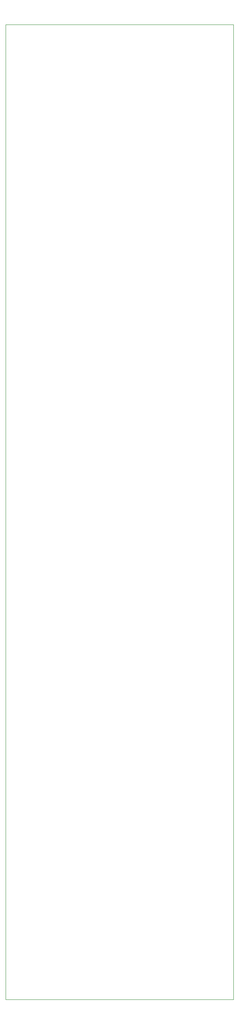
<source format=gbr>
G04*
G04 #@! TF.GenerationSoftware,Altium Limited,Altium Designer,22.11.1 (43)*
G04*
G04 Layer_Color=0*
%FSLAX44Y44*%
%MOMM*%
G71*
G04*
G04 #@! TF.SameCoordinates,B6AE56F5-1224-44F4-9462-935C271CF011*
G04*
G04*
G04 #@! TF.FilePolarity,Positive*
G04*
G01*
G75*
%ADD71C,0.0254*%
D71*
X254000Y254000D02*
X734060D01*
Y2306000D01*
X254000D01*
Y254000D01*
M02*

</source>
